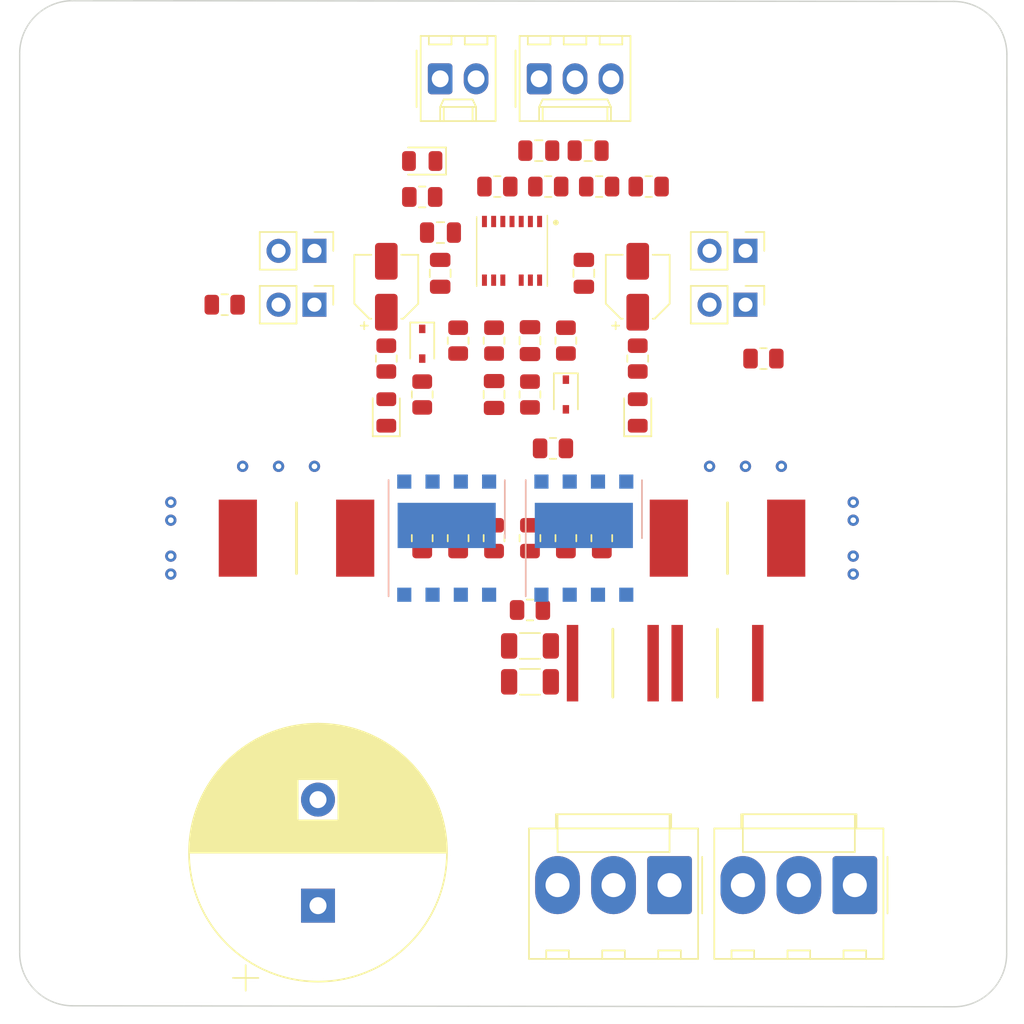
<source format=kicad_pcb>
(kicad_pcb (version 20211014) (generator pcbnew)
  (layers (0 "F.Cu" mixed) (1 "In1.Cu" power "Mid.1") (2 "In2.Cu" power "Mid.2") (31 "B.Cu" mixed) (34 "B.Paste" user) (35 "F.Paste" user) (36 "B.SilkS" user "B.Silkscreen") (37 "F.SilkS" user "F.Silkscreen") (38 "B.Mask" user) (39 "F.Mask" user) (44 "Edge.Cuts" user))
  (net 0 "")
  (net 1 "GND")
  (net 2 "+3.3V")
  (net 3 "VCCA")
  (net 4 "VCCB")
  (net 5 "GND1")
  (net 6 "LED1")
  (net 7 "Net-(C5-Pad1)")
  (net 8 "Net-(C5-Pad2)")
  (net 9 "GND2")
  (net 10 "OUTA")
  (net 11 "GND3")
  (net 12 "Net-(D1-Pad2)")
  (net 13 "Net-(D2-Pad2)")
  (net 14 "Net-(D5-Pad2)")
  (net 15 "Net-(D6-Pad2)")
  (net 16 "Net-(D7-Pad2)")
  (net 17 "Net-(FB3-Pad1)")
  (net 18 "Net-(Q1-Pad8)")
  (net 19 "Net-(J2-Pad1)")
  (net 20 "Net-(J2-Pad3)")
  (net 21 "Net-(FB4-Pad1)")
  (net 22 "HVDC+")
  (net 23 "PWM1")
  (net 24 "PWM2")
  (net 25 "OUTB")
  (net 26 "Net-(C15-Pad2)")
  (net 27 "LED2")
  (net 28 "Net-(C16-Pad2)")
  (net 29 "Net-(C4-Pad2)")
  (net 30 "Net-(J1-Pad1)")
  (net 31 "Net-(Q1-Pad1)")
  (net 32 "Net-(Q2-Pad5)")
  (net 33 "Net-(R17-Pad2)")
  (footprint "LED_SMD:LED_0805_2012Metric" (layer "F.Cu") (at 130.12 59.64 180)
    (fp_text reference "D5" hide)
    (fp_text value "LED")
    (pad "1" smd roundrect (at -0.9375 0 180) (size 0.975 1.4) (layers "F.Cu" "F.Paste" "F.Mask") (net 1 "GND"))
    (pad "2" smd roundrect (at 0.9375 0 180) (size 0.975 1.4) (layers "F.Cu" "F.Paste" "F.Mask") (net 14 "Net-(D5-Pad2)"))
  )
  (footprint "Connector_Molex:Molex_KK-254_AE-6410-03A_1x03_P2.54mm_Vertical" (layer "F.Cu") (at 138.38715 53.825)
    (fp_text reference "J2" hide)
    (fp_text value "PWM")
    (pad "1" thru_hole roundrect (at 0 0) (size 1.74 2.19) (drill 1.19) (layers *.Cu *.Mask) (roundrect_rratio 0.143678) (net 19 "Net-(J2-Pad1)"))
    (pad "2" thru_hole oval (at 2.54 0) (size 1.74 2.19) (drill 1.19) (layers *.Cu *.Mask) (net 1 "GND"))
    (pad "3" thru_hole oval (at 5.08 0) (size 1.74 2.19) (drill 1.19) (layers *.Cu *.Mask) (net 20 "Net-(J2-Pad3)"))
  )
  (footprint "MountingHole:MountingHole_3.2mm_M3" (layer "F.Cu") (at 167.530036 52.07)
    (fp_text reference "H3" hide)
    (fp_text value "MountingHole")
    (pad "" np_thru_hole circle (at 0 0) (size 3.2 3.2) (drill 3.2) (layers *.Cu *.Mask))
  )
  (footprint "Resistor_SMD:R_0805_2012Metric" (layer "F.Cu") (at 142.630592 61.445 180)
    (fp_text reference "R16" hide)
    (fp_text value "10k")
    (pad "1" smd roundrect (at -0.9125 0 180) (size 1.025 1.4) (layers "F.Cu" "F.Paste" "F.Mask") (roundrect_rratio 0.243902) (net 23 "PWM1"))
    (pad "2" smd roundrect (at 0.9125 0 180) (size 1.025 1.4) (layers "F.Cu" "F.Paste" "F.Mask") (roundrect_rratio 0.243902) (net 1 "GND"))
  )
  (footprint "Connector_PinHeader_2.54mm:PinHeader_1x02_P2.54mm_Vertical" (layer "F.Cu") (at 122.5 69.8 -90)
    (fp_text reference "J6" hide)
    (fp_text value "5V")
    (pad "1" thru_hole rect (at 0 0 270) (size 1.7 1.7) (drill 1) (layers *.Cu *.Mask) (net 27 "LED2"))
    (pad "2" thru_hole oval (at 0 2.54 270) (size 1.7 1.7) (drill 1) (layers *.Cu *.Mask) (net 4 "VCCB"))
  )
  (footprint "Capacitor_THT:CP_Radial_D18.0mm_P7.50mm" (layer "F.Cu") (at 122.75 112.3 90)
    (fp_text reference "C10" hide)
    (fp_text value "100uF/450V")
    (pad "1" thru_hole rect (at 0 0 90) (size 2.4 2.4) (drill 1.2) (layers *.Cu *.Mask) (net 22 "HVDC+"))
    (pad "2" thru_hole circle (at 7.5 0 90) (size 2.4 2.4) (drill 1.2) (layers *.Cu *.Mask) (net 11 "GND3"))
  )
  (footprint "Resistor_SMD:R_0805_2012Metric" (layer "F.Cu") (at 127.58 73.61 90)
    (fp_text reference "R12" hide)
    (fp_text value "4.7k")
    (pad "1" smd roundrect (at -0.9125 0 90) (size 1.025 1.4) (layers "F.Cu" "F.Paste" "F.Mask") (roundrect_rratio 0.243902) (net 16 "Net-(D7-Pad2)"))
    (pad "2" smd roundrect (at 0.9125 0 90) (size 1.025 1.4) (layers "F.Cu" "F.Paste" "F.Mask") (roundrect_rratio 0.243902) (net 27 "LED2"))
  )
  (footprint "Capacitor_SMD:CP_Elec_4x5.8" (layer "F.Cu") (at 127.58 68.53 90)
    (fp_text reference "C16" hide)
    (fp_text value "10uF/35V")
    (pad "1" smd roundrect (at -1.8 0 90) (size 2.6 1.6) (layers "F.Cu" "F.Paste" "F.Mask") (roundrect_rratio 0.15625) (net 27 "LED2"))
    (pad "2" smd roundrect (at 1.8 0 90) (size 2.6 1.6) (layers "F.Cu" "F.Paste" "F.Mask") (roundrect_rratio 0.15625) (net 28 "Net-(C16-Pad2)"))
  )
  (footprint "2EDF7275KXUMA1:2EDF7275KXUMA1" (layer "F.Cu") (at 136.47 65.99 180)
    (fp_text reference "IC1" hide)
    (fp_text value "2EDF7275KXUMA1" hide)
    (pad "1" smd rect (at -1.95 2.075 180) (size 0.35 0.8) (layers "F.Cu" "F.Paste" "F.Mask") (net 1 "GND"))
    (pad "2" smd rect (at -1.3 2.075 180) (size 0.35 0.8) (layers "F.Cu" "F.Paste" "F.Mask") (net 23 "PWM1"))
    (pad "3" smd rect (at -0.65 2.075 180) (size 0.35 0.8) (layers "F.Cu" "F.Paste" "F.Mask") (net 24 "PWM2"))
    (pad "4" smd rect (at 0 2.075 180) (size 0.35 0.8) (layers "F.Cu" "F.Paste" "F.Mask") (net 1 "GND"))
    (pad "5" smd rect (at 0.65 2.075 180) (size 0.35 0.8) (layers "F.Cu" "F.Paste" "F.Mask") (net 1 "GND"))
    (pad "6" smd rect (at 1.3 2.075 180) (size 0.35 0.8) (layers "F.Cu" "F.Paste" "F.Mask"))
    (pad "7" smd rect (at 1.95 2.075 180) (size 0.35 0.8) (layers "F.Cu" "F.Paste" "F.Mask") (net 2 "+3.3V"))
    (pad "8" smd rect (at 1.95 -2.075 180) (size 0.35 0.8) (layers "F.Cu" "F.Paste" "F.Mask") (net 28 "Net-(C16-Pad2)"))
    (pad "9" smd rect (at 1.3 -2.075 180) (size 0.35 0.8) (layers "F.Cu" "F.Paste" "F.Mask") (net 25 "OUTB"))
    (pad "10" smd rect (at 0.65 -2.075 180) (size 0.35 0.8) (layers "F.Cu" "F.Paste" "F.Mask") (net 27 "LED2"))
    (pad "11" smd rect (at -0.65 -2.075 180) (size 0.35 0.8) (layers "F.Cu" "F.Paste" "F.Mask") (net 26 "Net-(C15-Pad2)"))
    (pad "12" smd rect (at -1.3 -2.075 180) (size 0.35 0.8) (layers "F.Cu" "F.Paste" "F.Mask") (net 10 "OUTA"))
    (pad "13" smd rect (at -1.95 -2.075 180) (size 0.35 0.8) (layers "F.Cu" "F.Paste" "F.Mask") (net 6 "LED1"))
  )
  (footprint "Resistor_SMD:R_0805_2012Metric" (layer "F.Cu") (at 137.74 91.39 180)
    (fp_text reference "R8" hide)
    (fp_text value "500k")
    (pad "1" smd roundrect (at -0.9125 0 180) (size 1.025 1.4) (layers "F.Cu" "F.Paste" "F.Mask") (roundrect_rratio 0.243902) (net 22 "HVDC+"))
    (pad "2" smd roundrect (at 0.9125 0 180) (size 1.025 1.4) (layers "F.Cu" "F.Paste" "F.Mask") (roundrect_rratio 0.243902) (net 11 "GND3"))
  )
  (footprint "Capacitor_SMD:C_0805_2012Metric" (layer "F.Cu") (at 131.41 64.7)
    (fp_text reference "C1" hide)
    (fp_text value "100nF")
    (pad "1" smd roundrect (at -0.95 0) (size 1 1.45) (layers "F.Cu" "F.Paste" "F.Mask") (net 1 "GND"))
    (pad "2" smd roundrect (at 0.95 0) (size 1 1.45) (layers "F.Cu" "F.Paste" "F.Mask") (net 2 "+3.3V"))
  )
  (footprint "CGA9P4X7T2W105K250KA:CAPC5750X280N" (layer "F.Cu") (at 151 95.15 180)
    (fp_text reference "C9" hide)
    (fp_text value "1uF/450V" hide)
    (pad "1" smd rect (at -2.85 0 180) (size 0.81 5.41) (layers "F.Cu" "F.Paste" "F.Mask") (net 22 "HVDC+"))
    (pad "2" smd rect (at 2.85 0 180) (size 0.81 5.41) (layers "F.Cu" "F.Paste" "F.Mask") (net 11 "GND3"))
  )
  (footprint "Resistor_SMD:R_0805_2012Metric" (layer "F.Cu") (at 135.432936 61.445)
    (fp_text reference "R13" hide)
    (fp_text value "100")
    (pad "1" smd roundrect (at -0.9125 0) (size 1.025 1.4) (layers "F.Cu" "F.Paste" "F.Mask") (roundrect_rratio 0.243902) (net 19 "Net-(J2-Pad1)"))
    (pad "2" smd roundrect (at 0.9125 0) (size 1.025 1.4) (layers "F.Cu" "F.Paste" "F.Mask") (roundrect_rratio 0.243902) (net 24 "PWM2"))
  )
  (footprint "Resistor_SMD:R_0805_2012Metric" (layer "F.Cu") (at 140.28 72.34 -90)
    (fp_text reference "R1" hide)
    (fp_text value "470")
    (pad "1" smd roundrect (at -0.9125 0 270) (size 1.025 1.4) (layers "F.Cu" "F.Paste" "F.Mask") (roundrect_rratio 0.243902) (net 10 "OUTA"))
    (pad "2" smd roundrect (at 0.9125 0 270) (size 1.025 1.4) (layers "F.Cu" "F.Paste" "F.Mask") (roundrect_rratio 0.243902) (net 18 "Net-(Q1-Pad8)"))
  )
  (footprint "Resistor_SMD:R_0805_2012Metric" (layer "F.Cu") (at 132.66 72.34 -90)
    (fp_text reference "R3" hide)
    (fp_text value "470")
    (pad "1" smd roundrect (at -0.9125 0 270) (size 1.025 1.4) (layers "F.Cu" "F.Paste" "F.Mask") (roundrect_rratio 0.243902) (net 25 "OUTB"))
    (pad "2" smd roundrect (at 0.9125 0 270) (size 1.025 1.4) (layers "F.Cu" "F.Paste" "F.Mask") (roundrect_rratio 0.243902) (net 8 "Net-(C5-Pad2)"))
  )
  (footprint "CGA9P4X7T2W105K250KA:CAPC5750X280N" (layer "F.Cu") (at 143.6 95.15)
    (fp_text reference "C8" hide)
    (fp_text value "1uF/450V" hide)
    (pad "1" smd rect (at -2.85 0) (size 0.81 5.41) (layers "F.Cu" "F.Paste" "F.Mask") (net 22 "HVDC+"))
    (pad "2" smd rect (at 2.85 0) (size 0.81 5.41) (layers "F.Cu" "F.Paste" "F.Mask") (net 11 "GND3"))
  )
  (footprint "LED_SMD:LED_0805_2012Metric" (layer "F.Cu") (at 145.36 77.42 90)
    (fp_text reference "D6" hide)
    (fp_text value "LED")
    (pad "1" smd roundrect (at -0.9375 0 90) (size 0.975 1.4) (layers "F.Cu" "F.Paste" "F.Mask") (net 5 "GND1"))
    (pad "2" smd roundrect (at 0.9375 0 90) (size 0.975 1.4) (layers "F.Cu" "F.Paste" "F.Mask") (net 15 "Net-(D6-Pad2)"))
  )
  (footprint "Resistor_SMD:R_0805_2012Metric" (layer "F.Cu") (at 130.12 62.18)
    (fp_text reference "R10" hide)
    (fp_text value "4.7k")
    (pad "1" smd roundrect (at -0.9125 0) (size 1.025 1.4) (layers "F.Cu" "F.Paste" "F.Mask") (roundrect_rratio 0.243902) (net 14 "Net-(D5-Pad2)"))
    (pad "2" smd roundrect (at 0.9125 0) (size 1.025 1.4) (layers "F.Cu" "F.Paste" "F.Mask") (roundrect_rratio 0.243902) (net 2 "+3.3V"))
  )
  (footprint "Resistor_SMD:R_0805_2012Metric" (layer "F.Cu") (at 132.66 86.31 -90)
    (fp_text reference "R17" hide)
    (fp_text value "1R")
    (pad "1" smd roundrect (at -0.9125 0 270) (size 1.025 1.4) (layers "F.Cu" "F.Paste" "F.Mask") (roundrect_rratio 0.243902) (net 32 "Net-(Q2-Pad5)"))
    (pad "2" smd roundrect (at 0.9125 0 270) (size 1.025 1.4) (layers "F.Cu" "F.Paste" "F.Mask") (roundrect_rratio 0.243902) (net 33 "Net-(R17-Pad2)"))
  )
  (footprint "Resistor_SMD:R_0805_2012Metric" (layer "F.Cu") (at 135.2 72.34 -90)
    (fp_text reference "R2" hide)
    (fp_text value "10")
    (pad "1" smd roundrect (at -0.9125 0 270) (size 1.025 1.4) (layers "F.Cu" "F.Paste" "F.Mask") (roundrect_rratio 0.243902) (net 25 "OUTB"))
    (pad "2" smd roundrect (at 0.9125 0 270) (size 1.025 1.4) (layers "F.Cu" "F.Paste" "F.Mask") (roundrect_rratio 0.243902) (net 7 "Net-(C5-Pad1)"))
  )
  (footprint "Connector_Molex:Molex_KK-254_AE-6410-02A_1x02_P2.54mm_Vertical" (layer "F.Cu") (at 131.39 53.825)
    (fp_text reference "J4" hide)
    (fp_text value "3.3V")
    (pad "1" thru_hole roundrect (at 0 0) (size 1.74 2.19) (drill 1.19) (layers *.Cu *.Mask) (roundrect_rratio 0.143678) (net 2 "+3.3V"))
    (pad "2" thru_hole oval (at 2.54 0) (size 1.74 2.19) (drill 1.19) (layers *.Cu *.Mask) (net 1 "GND"))
  )
  (footprint "Connector_PinHeader_2.54mm:PinHeader_1x02_P2.54mm_Vertical" (layer "F.Cu") (at 122.5 65.99 -90)
    (fp_text reference "J7" hide)
    (fp_text value "GND2")
    (pad "1" thru_hole rect (at 0 0 270) (size 1.7 1.7) (drill 1) (layers *.Cu *.Mask) (net 28 "Net-(C16-Pad2)"))
    (pad "2" thru_hole oval (at 0 2.54 270) (size 1.7 1.7) (drill 1) (layers *.Cu *.Mask) (net 9 "GND2"))
  )
  (footprint "Resistor_SMD:R_0805_2012Metric" (layer "F.Cu") (at 130.12 76.15 90)
    (fp_text reference "R5" hide)
    (fp_text value "5.1")
    (pad "1" smd roundrect (at -0.9125 0 90) (size 1.025 1.4) (layers "F.Cu" "F.Paste" "F.Mask") (roundrect_rratio 0.243902) (net 12 "Net-(D1-Pad2)"))
    (pad "2" smd roundrect (at 0.9125 0 90) (size 1.025 1.4) (layers "F.Cu" "F.Paste" "F.Mask") (roundrect_rratio 0.243902) (net 7 "Net-(C5-Pad1)"))
  )
  (footprint "Capacitor_SMD:C_0805_2012Metric" (layer "F.Cu") (at 141.852936 58.905)
    (fp_text reference "C14" hide)
    (fp_text value "100nF")
    (pad "1" smd roundrect (at -0.95 0) (size 1 1.45) (layers "F.Cu" "F.Paste" "F.Mask") (net 1 "GND"))
    (pad "2" smd roundrect (at 0.95 0) (size 1 1.45) (layers "F.Cu" "F.Paste" "F.Mask") (net 23 "PWM1"))
  )
  (footprint "Resistor_SMD:R_0805_2012Metric" (layer "F.Cu") (at 154.25 73.61)
    (fp_text reference "FB4" hide)
    (fp_text value "fb")
    (pad "1" smd roundrect (at -0.9125 0) (size 1.025 1.4) (layers "F.Cu" "F.Paste" "F.Mask") (roundrect_rratio 0.243902) (net 21 "Net-(FB4-Pad1)"))
    (pad "2" smd roundrect (at 0.9125 0) (size 1.025 1.4) (layers "F.Cu" "F.Paste" "F.Mask") (roundrect_rratio 0.243902) (net 3 "VCCA"))
  )
  (footprint "Resistor_SMD:R_0805_2012Metric" (layer "F.Cu") (at 137.74 76.15 -90)
    (fp_text reference "R4" hide)
    (fp_text value "10")
    (pad "1" smd roundrect (at -0.9125 0 270) (size 1.025 1.4) (layers "F.Cu" "F.Paste" "F.Mask") (roundrect_rratio 0.243902) (net 29 "Net-(C4-Pad2)"))
    (pad "2" smd roundrect (at 0.9125 0 270) (size 1.025 1.4) (layers "F.Cu" "F.Paste" "F.Mask") (roundrect_rratio 0.243902) (net 18 "Net-(Q1-Pad8)"))
  )
  (footprint "Resistor_SMD:R_0805_2012Metric" (layer "F.Cu") (at 145.36 73.61 90)
    (fp_text reference "R11" hide)
    (fp_text value "4.7k")
    (pad "1" smd roundrect (at -0.9125 0 90) (size 1.025 1.4) (layers "F.Cu" "F.Paste" "F.Mask") (roundrect_rratio 0.243902) (net 15 "Net-(D6-Pad2)"))
    (pad "2" smd roundrect (at 0.9125 0 90) (size 1.025 1.4) (layers "F.Cu" "F.Paste" "F.Mask") (roundrect_rratio 0.243902) (net 6 "LED1"))
  )
  (footprint "Capacitor_SMD:C_0805_2012Metric" (layer "F.Cu") (at 138.362936 58.905 180)
    (fp_text reference "C13" hide)
    (fp_text value "100nF")
    (pad "1" smd roundrect (at -0.95 0 180) (size 1 1.45) (layers "F.Cu" "F.Paste" "F.Mask") (net 1 "GND"))
    (pad "2" smd roundrect (at 0.95 0 180) (size 1 1.45) (layers "F.Cu" "F.Paste" "F.Mask") (net 24 "PWM2"))
  )
  (footprint "Connector_PinHeader_2.54mm:PinHeader_1x02_P2.54mm_Vertical" (layer "F.Cu") (at 152.98 69.8 -90)
    (fp_text reference "J5" hide)
    (fp_text value "5V")
    (pad "1" thru_hole rect (at 0 0 270) (size 1.7 1.7) (drill 1) (layers *.Cu *.Mask) (net 3 "VCCA"))
    (pad "2" thru_hole oval (at 0 2.54 270) (size 1.7 1.7) (drill 1) (layers *.Cu *.Mask) (net 6 "LED1"))
  )
  (footprint "Capacitor_SMD:C_0805_2012Metric" (layer "F.Cu") (at 135.2 76.15 -90)
    (fp_text reference "C5" hide)
    (fp_text value "2.2nF")
    (pad "1" smd roundrect (at -0.95 0 270) (size 1 1.45) (layers "F.Cu" "F.Paste" "F.Mask") (net 7 "Net-(C5-Pad1)"))
    (pad "2" smd roundrect (at 0.95 0 270) (size 1 1.45) (layers "F.Cu" "F.Paste" "F.Mask") (net 8 "Net-(C5-Pad2)"))
  )
  (footprint "Resistor_SMD:R_0805_2012Metric" (layer "F.Cu") (at 130.12 86.31 -90)
    (fp_text reference "R20" hide)
    (fp_text value "1R")
    (pad "1" smd roundrect (at -0.9125 0 270) (size 1.025 1.4) (layers "F.Cu" "F.Paste" "F.Mask") (roundrect_rratio 0.243902) (net 32 "Net-(Q2-Pad5)"))
    (pad "2" smd roundrect (at 0.9125 0 270) (size 1.025 1.4) (layers "F.Cu" "F.Paste" "F.Mask") (roundrect_rratio 0.243902) (net 33 "Net-(R17-Pad2)"))
  )
  (footprint "footprint:RESC10052X50N" (layer "F.Cu") (at 121.23 86.31 180)
    (fp_text reference "R9" hide)
    (fp_text value "WSLP3921L1000FEA" hide)
    (pad "1" smd rect (at -4.15 0 180) (size 2.7 5.45) (layers "F.Cu" "F.Paste" "F.Mask") (net 33 "Net-(R17-Pad2)"))
    (pad "2" smd rect (at 4.15 0 180) (size 2.7 5.45) (layers "F.Cu" "F.Paste" "F.Mask") (net 11 "GND3"))
  )
  (footprint "MountingHole:MountingHole_3.2mm_M3" (layer "F.Cu") (at 105.41 52.07)
    (fp_text reference "H4" hide)
    (fp_text value "MountingHole")
    (pad "" np_thru_hole circle (at 0 0) (size 3.2 3.2) (drill 3.2) (layers *.Cu *.Mask))
  )
  (footprint "Resistor_SMD:R_0805_2012Metric" (layer "F.Cu") (at 137.74 86.31 -90)
    (fp_text reference "R22" hide)
    (fp_text value "NC")
    (pad "1" smd roundrect (at -0.9125 0 270) (size 1.025 1.4) (layers "F.Cu" "F.Paste" "F.Mask") (roundrect_rratio 0.243902) (net 32 "Net-(Q2-Pad5)"))
    (pad "2" smd roundrect (at 0.9125 0 270) (size 1.025 1.4) (layers "F.Cu" "F.Paste" "F.Mask") (roundrect_rratio 0.243902) (net 33 "Net-(R17-Pad2)"))
  )
  (footprint "Diode_SMD:D_SOD-323" (layer "F.Cu") (at 140.28 76.15 -90)
    (fp_text reference "D2" hide)
    (fp_text value "BAT165")
    (pad "1" smd rect (at -1.05 0 270) (size 0.6 0.45) (layers "F.Cu" "F.Paste" "F.Mask") (net 29 "Net-(C4-Pad2)"))
    (pad "2" smd rect (at 1.05 0 270) (size 0.6 0.45) (layers "F.Cu" "F.Paste" "F.Mask") (net 13 "Net-(D2-Pad2)"))
  )
  (footprint "Capacitor_SMD:C_0805_2012Metric" (layer "F.Cu") (at 137.74 72.34 -90)
    (fp_text reference "C4" hide)
    (fp_text value "2.2nF")
    (pad "1" smd roundrect (at -0.95 0 270) (size 1 1.45) (layers "F.Cu" "F.Paste" "F.Mask") (net 10 "OUTA"))
    (pad "2" smd roundrect (at 0.95 0 270) (size 1 1.45) (layers "F.Cu" "F.Paste" "F.Mask") (net 29 "Net-(C4-Pad2)"))
  )
  (footprint "Connector_Molex:Molex_KK-396_A-41791-0003_1x03_P3.96mm_Vertical" (layer "F.Cu") (at 147.61 110.845 180)
    (fp_text reference "J3" hide)
    (fp_text value "HVDC2")
    (pad "1" thru_hole roundrect (at 0 0 180) (size 3.16 4.1) (drill 1.7) (layers *.Cu *.Mask) (roundrect_rratio 0.079114) (net 30 "Net-(J1-Pad1)"))
    (pad "2" thru_hole oval (at 3.96 0 180) (size 3.16 4.1) (drill 1.7) (layers *.Cu *.Mask) (net 11 "GND3"))
    (pad "3" thru_hole oval (at 7.92 0 180) (size 3.16 4.1) (drill 1.7) (layers *.Cu *.Mask) (net 22 "HVDC+"))
  )
  (footprint "Resistor_SMD:R_0805_2012Metric" (layer "F.Cu") (at 146.132936 61.445 180)
    (fp_text reference "R14" hide)
    (fp_text value "100")
    (pad "1" smd roundrect (at -0.9125 0 180) (size 1.025 1.4) (layers "F.Cu" "F.Paste" "F.Mask") (roundrect_rratio 0.243902) (net 20 "Net-(J2-Pad3)"))
    (pad "2" smd roundrect (at 0.9125 0 180) (size 1.025 1.4) (layers "F.Cu" "F.Paste" "F.Mask") (roundrect_rratio 0.243902) (net 23 "PWM1"))
  )
  (footprint "LED_SMD:LED_0805_2012Metric" (layer "F.Cu") (at 127.58 77.42 90)
    (fp_text reference "D7" hide)
    (fp_text value "LED")
    (pad "1" smd roundrect (at -0.9375 0 90) (size 0.975 1.4) (layers "F.Cu" "F.Paste" "F.Mask") (net 9 "GND2"))
    (pad "2" smd roundrect (at 0.9375 0 90) (size 0.975 1.4) (layers "F.Cu" "F.Paste" "F.Mask") (net 16 "Net-(D7-Pad2)"))
  )
  (footprint "Resistor_SMD:R_0805_2012Metric" (layer "F.Cu") (at 139.031764 61.445)
    (fp_text reference "R15" hide)
    (fp_text value "10k")
    (pad "1" smd roundrect (at -0.9125 0) (size 1.025 1.4) (layers "F.Cu" "F.Paste" "F.Mask") (roundrect_rratio 0.243902) (net 24 "PWM2"))
    (pad "2" smd roundrect (at 0.9125 0) (size 1.025 1.4) (layers "F.Cu" "F.Paste" "F.Mask") (roundrect_rratio 0.243902) (net 1 "GND"))
  )
  (footprint "Capacitor_SMD:C_1206_3216Metric" (layer "F.Cu") (at 137.74 96.47 180)
    (fp_text reference "C7" hide)
    (fp_text value "100nF/630V")
    (pad "1" smd roundrect (at -1.475 0 180) (size 1.15 1.8) (layers "F.Cu" "F.Paste" "F.Mask") (roundrect_rratio 0.217391) (net 22 "HVDC+"))
    (pad "2" smd roundrect (at 1.475 0 180) (size 1.15 1.8) (layers "F.Cu" "F.Paste" "F.Mask") (roundrect_rratio 0.217391) (net 11 "GND3"))
  )
  (footprint "footprint:RESC10052X50N" (layer "F.Cu") (at 151.71 86.31)
    (fp_text reference "R7" hide)
    (fp_text value "WSLP3921L1000FEA" hide)
    (pad "1" smd rect (at -4.15 0) (size 2.7 5.45) (layers "F.Cu" "F.Paste" "F.Mask") (net 31 "Net-(Q1-Pad1)"))
    (pad "2" smd rect (at 4.15 0) (size 2.7 5.45) (layers "F.Cu" "F.Paste" "F.Mask") (net 22 "HVDC+"))
  )
  (footprint "Resistor_SMD:R_0805_2012Metric" (layer "F.Cu") (at 142.82 86.31 -90)
    (fp_text reference "R18" hide)
    (fp_text value "1R")
    (pad "1" smd roundrect (at -0.9125 0 270) (size 1.025 1.4) (layers "F.Cu" "F.Paste" "F.Mask") (roundrect_rratio 0.243902) (net 32 "Net-(Q2-Pad5)"))
    (pad "2" smd roundrect (at 0.9125 0 270) (size 1.025 1.4) (layers "F.Cu" "F.Paste" "F.Mask") (roundrect_rratio 0.243902) (net 33 "Net-(R17-Pad2)"))
  )
  (footprint "Diode_SMD:D_SOD-323" (layer "F.Cu") (at 130.12 72.56 -90)
    (fp_text reference "D1" hide)
    (fp_text value "BAT165")
    (pad "1" smd rect (at -1.05 0 270) (size 0.6 0.45) (layers "F.Cu" "F.Paste" "F.Mask") (net 25 "OUTB"))
    (pad "2" smd rect (at 1.05 0 270) (size 0.6 0.45) (layers "F.Cu" "F.Paste" "F.Mask") (net 12 "Net-(D1-Pad2)"))
  )
  (footprint "Connector_Molex:Molex_KK-396_A-41791-0003_1x03_P3.96mm_Vertical" (layer "F.Cu") (at 160.714 110.845 180)
    (fp_text reference "J1" hide)
    (fp_text value "HVDC1")
    (pad "1" thru_hole roundrect (at 0 0 180) (size 3.16 4.1) (drill 1.7) (layers *.Cu *.Mask) (roundrect_rratio 0.079114) (net 30 "Net-(J1-Pad1)"))
    (pad "2" thru_hole oval (at 3.96 0 180) (size 3.16 4.1) (drill 1.7) (layers *.Cu *.Mask) (net 11 "GND3"))
    (pad "3" thru_hole oval (at 7.92 0 180) (size 3.16 4.1) (drill 1.7) (layers *.Cu *.Mask) (net 22 "HVDC+"))
  )
  (footprint "MountingHole:MountingHole_3.2mm_M3" (layer "F.Cu") (at 167.530036 115.628314)
    (fp_text reference "H1" hide)
    (fp_text value "MountingHole")
    (pad "" np_thru_hole circle (at 0 0) (size 3.2 3.2) (drill 3.2) (layers *.Cu *.Mask))
  )
  (footprint "Capacitor_SMD:C_0805_2012Metric" (layer "F.Cu") (at 131.39 67.58 -90)
    (fp_text reference "C3" hide)
    (fp_text value "1uF")
    (pad "1" smd roundrect (at -0.95 0 270) (size 1 1.45) (layers "F.Cu" "F.Paste" "F.Mask") (net 28 "Net-(C16-Pad2)"))
    (pad "2" smd roundrect (at 0.95 0 270) (size 1 1.45) (layers "F.Cu" "F.Paste" "F.Mask") (net 27 "LED2"))
  )
  (footprint "Resistor_SMD:R_0805_2012Metric" (layer "F.Cu") (at 140.28 86.31 -90)
    (fp_text reference "R19" hide)
    (fp_text value "1R")
    (pad "1" smd roundrect (at -0.9125 0 270) (size 1.025 1.4) (layers "F.Cu" "F.Paste" "F.Mask") (roundrect_rratio 0.243902) (net 32 "Net-(Q2-Pad5)"))
    (pad "2" smd roundrect (at 0.9125 0 270) (size 1.025 1.4) (layers "F.Cu" "F.Paste" "F.Mask") (roundrect_rratio 0.243902) (net 33 "Net-(R17-Pad2)"))
  )
  (footprint "Connector_PinHeader_2.54mm:PinHeader_1x02_P2.54mm_Vertical" (layer "F.Cu") (at 152.98 65.99 -90)
    (fp_text reference "J8" hide)
    (fp_text value "GND1")
    (pad "1" thru_hole rect (at 0 0 270) (size 1.7 1.7) (drill 1) (layers *.Cu *.Mask) (net 5 "GND1"))
    (pad "2" thru_hole oval (at 0 2.54 270) (size 1.7 1.7) (drill 1) (layers *.Cu *.Mask) (net 26 "Net-(C15-Pad2)"))
  )
  (footprint "Resistor_SMD:R_0805_2012Metric" (layer "F.Cu") (at 135.2 86.31 -90)
    (fp_text reference "R21" hide)
    (fp_text value "NC")
    (pad "1" smd roundrect (at -0.9125 0 270) (size 1.025 1.4) (layers "F.Cu" "F.Paste" "F.Mask") (roundrect_rratio 0.243902) (net 32 "Net-(Q2-Pad5)"))
    (pad "2" smd roundrect (at 0.9125 0 270) (size 1.025 1.4) (layers "F.Cu" "F.Paste" "F.Mask") (roundrect_rratio 0.243902) (net 33 "Net-(R17-Pad2)"))
  )
  (footprint "Resistor_SMD:R_0805_2012Metric" (layer "F.Cu") (at 116.15 69.8)
    (fp_text reference "FB3" hide)
    (fp_text value "fb")
    (pad "1" smd roundrect (at -0.9125 0) (size 1.025 1.4) (layers "F.Cu" "F.Paste" "F.Mask") (roundrect_rratio 0.243902) (net 17 "Net-(FB3-Pad1)"))
    (pad "2" smd roundrect (at 0.9125 0) (size 1.025 1.4) (layers "F.Cu" "F.Paste" "F.Mask") (roundrect_rratio 0.243902) (net 4 "VCCB"))
  )
  (footprint "Capacitor_SMD:C_0805_2012Metric" (layer "F.Cu") (at 141.55 67.58 -90)
    (fp_text reference "C2" hide)
    (fp_text value "1uF")
    (pad "1" smd roundrect (at -0.95 0 270) (size 1 1.45) (layers "F.Cu" "F.Paste" "F.Mask") (net 26 "Net-(C15-Pad2)"))
    (pad "2" smd roundrect (at 0.95 0 270) (size 1 1.45) (layers "F.Cu" "F.Paste" "F.Mask") (net 6 "LED1"))
  )
  (footprint "Capacitor_SMD:CP_Elec_4x5.8" (layer "F.Cu") (at 145.36 68.53 90)
    (fp_text reference "C15" hide)
    (fp_text value "10uF/35V")
    (pad "1" smd roundrect (at -1.8 0 90) (size 2.6 1.6) (layers "F.Cu" "F.Paste" "F.Mask") (roundrect_rratio 0.15625) (net 6 "LED1"))
    (pad "2" smd roundrect (at 1.8 0 90) (size 2.6 1.6) (layers "F.Cu" "F.Paste" "F.Mask") (roundrect_rratio 0.15625) (net 26 "Net-(C15-Pad2)"))
  )
  (footprint "MountingHole:MountingHole_3.2mm_M3" (layer "F.Cu") (at 105.479964 115.628314)
    (fp_text reference "H2" hide)
    (fp_text value "MountingHole")
    (pad "" np_thru_hole circle (at 0 0) (size 3.2 3.2) (drill 3.2) (layers *.Cu *.Mask))
  )
  (footprint "Capacitor_SMD:C_1206_3216Metric" (layer "F.Cu") (at 137.74 93.93 180)
    (fp_text reference "C6" hide)
    (fp_text value "100nF/630V")
    (pad "1" smd roundrect (at -1.475 0 180) (size 1.15 1.8) (layers "F.Cu" "F.Paste" "F.Mask") (roundrect_rratio 0.217391) (net 22 "HVDC+"))
    (pad "2" smd roundrect (at 1.475 0 180) (size 1.15 1.8) (layers "F.Cu" "F.Paste" "F.Mask") (roundrect_rratio 0.217391) (net 11 "GND3"))
  )
  (footprint "Resistor_SMD:R_0805_2012Metric" (layer "F.Cu") (at 139.3675 79.96 180)
    (fp_text reference "R6" hide)
    (fp_text value "5.1")
    (pad "1" smd roundrect (at -0.9125 0 180) (size 1.025 1.4) (layers "F.Cu" "F.Paste" "F.Mask") (roundrect_rratio 0.243902) (net 13 "Net-(D2-Pad2)"))
    (pad "2" smd roundrect (at 0.9125 0 180) (size 1.025 1.4) (layers "F.Cu" "F.Paste" "F.Mask") (roundrect_rratio 0.243902) (net 18 "Net-(Q1-Pad8)"))
  )
  (footprint "Package_SON:Infineon_PG-LSON-8-1" (layer "B.Cu") (at 141.55 86.31 90)
    (fp_text reference "Q1" hide)
    (fp_text value "IGLD60R190D1")
    (pad "1" smd rect (at -4 3 90) (size 1 1) (layers "B.Cu" "B.Paste" "B.Mask") (net 31 "Net-(Q1-Pad1)"))
    (pad "2" smd rect (at -4 1 90) (size 1 1) (layers "B.Cu" "B.Paste" "B.Mask") (net 31 "Net-(Q1-Pad1)"))
    (pad "3" smd rect (at -4 -1 90) (size 1 1) (layers "B.Cu" "B.Paste" "B.Mask") (net 31 "Net-(Q1-Pad1)"))
    (pad "4" smd rect (at -4 -3 90) (size 1 1) (layers "B.Cu" "B.Paste" "B.Mask") (net 31 "Net-(Q1-Pad1)"))
    (pad "5" smd rect (at 4 -3 90) (size 1 1) (layers "B.Cu" "B.Paste" "B.Mask") (net 30 "Net-(J1-Pad1)"))
    (pad "6" smd rect (at 4 -1 90) (size 1 1) (layers "B.Cu" "B.Paste" "B.Mask") (net 30 "Net-(J1-Pad1)"))
    (pad "7" smd rect (at 4 1 90) (size 1 1) (layers "B.Cu" "B.Paste" "B.Mask") (net 5 "GND1"))
    (pad "8" smd rect (at 4 3 90) (size 1 1) (layers "B.Cu" "B.Paste" "B.Mask") (net 18 "Net-(Q1-Pad8)"))
    (pad "9" smd rect (at 0.9 0 90) (size 3.2 6.94) (layers "B.Cu" "B.Mask") (net 30 "Net-(J1-Pad1)"))
  )
  (footprint "Package_SON:Infineon_PG-LSON-8-1" (layer "B.Cu") (at 131.85 86.31 90)
    (fp_text reference "Q2" hide)
    (fp_text value "IGLD60R190D1")
    (pad "1" smd rect (at -4 3 90) (size 1 1) (layers "B.Cu" "B.Paste" "B.Mask") (net 30 "Net-(J1-Pad1)"))
    (pad "2" smd rect (at -4 1 90) (size 1 1) (layers "B.Cu" "B.Paste" "B.Mask") (net 30 "Net-(J1-Pad1)"))
    (pad "3" smd rect (at -4 -1 90) (size 1 1) (layers "B.Cu" "B.Paste" "B.Mask") (net 30 "Net-(J1-Pad1)"))
    (pad "4" smd rect (at -4 -3 90) (size 1 1) (layers "B.Cu" "B.Paste" "B.Mask") (net 30 "Net-(J1-Pad1)"))
    (pad "5" smd rect (at 4 -3 90) (size 1 1) (layers "B.Cu" "B.Paste" "B.Mask") (net 32 "Net-(Q2-Pad5)"))
    (pad "6" smd rect (at 4 -1 90) (size 1 1) (layers "B.Cu" "B.Paste" "B.Mask") (net 32 "Net-(Q2-Pad5)"))
    (pad "7" smd rect (at 4 1 90) (size 1 1) (layers "B.Cu" "B.Paste" "B.Mask") (net 9 "GND2"))
    (pad "8" smd rect (at 4 3 90) (size 1 1) (layers "B.Cu" "B.Paste" "B.Mask") (net 8 "Net-(C5-Pad2)"))
    (pad "9" smd rect (at 0.9 0 90) (size 3.2 6.94) (layers "B.Cu" "B.Mask") (net 32 "Net-(Q2-Pad5)"))
  )
  (gr_arc (start 171.45 115.7) (mid 170.351621 118.351621) (end 167.7 119.45) (layer "Edge.Cuts") (width 0.1))
  (gr_arc (start 101.65165 52.05165) (mid 102.75 49.4) (end 105.40165 48.30165) (layer "Edge.Cuts") (width 0.1))
  (gr_line (start 105.35 119.38) (end 167.7 119.45) (layer "Edge.Cuts") (width 0.1))
  (gr_arc (start 167.699986 48.353286) (mid 170.351941 49.445051) (end 171.466629 52.087454) (layer "Edge.Cuts") (width 0.1))
  (gr_line (start 171.45 115.7) (end 171.466629 52.087454) (layer "Edge.Cuts") (width 0.1))
  (gr_line (start 167.699986 48.353286) (end 105.40165 48.30165) (layer "Edge.Cuts") (width 0.1))
  (gr_line (start 101.65165 115.57) (end 101.65165 52.05165) (layer "Edge.Cuts") (width 0.1))
  (gr_arc (start 105.35 119.38) (mid 102.712883 118.239852) (end 101.65165 115.57) (layer "Edge.Cuts") (width 0.1))
  (via (at 155.52 81.23) (size 0.8) (drill 0.4) (layers "F.Cu" "B.Cu") (net 0))
  (via (at 119.96 81.23) (size 0.8) (drill 0.4) (layers "F.Cu" "B.Cu") (net 0))
  (via (at 122.5 81.23) (size 0.8) (drill 0.4) (layers "F.Cu" "B.Cu") (net 0))
  (via (at 160.6 87.58) (size 0.8) (drill 0.4) (layers "F.Cu" "B.Cu") (net 0))
  (via (at 112.34 87.58) (size 0.8) (drill 0.4) (layers "F.Cu" "B.Cu") (net 0))
  (via (at 160.6 88.85) (size 0.8) (drill 0.4) (layers "F.Cu" "B.Cu") (net 0))
  (via (at 152.98 81.23) (size 0.8) (drill 0.4) (layers "F.Cu" "B.Cu") (net 0))
  (via (at 112.34 85.04) (size 0.8) (drill 0.4) (layers "F.Cu" "B.Cu") (net 0))
  (via (at 160.6 83.77) (size 0.8) (drill 0.4) (layers "F.Cu" "B.Cu") (net 0))
  (via (at 117.42 81.23) (size 0.8) (drill 0.4) (layers "F.Cu" "B.Cu") (net 0))
  (via (at 150.44 81.23) (size 0.8) (drill 0.4) (layers "F.Cu" "B.Cu") (net 0))
  (via (at 112.34 88.85) (size 0.8) (drill 0.4) (layers "F.Cu" "B.Cu") (net 0))
  (via (at 160.6 85.04) (size 0.8) (drill 0.4) (layers "F.Cu" "B.Cu") (net 0))
  (via (at 112.34 83.77) (size 0.8) (drill 0.4) (layers "F.Cu" "B.Cu") (net 0))
)
</source>
